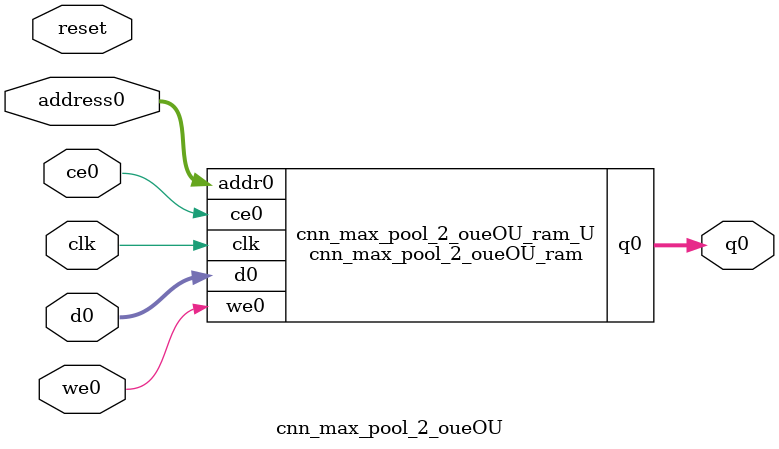
<source format=v>
`timescale 1 ns / 1 ps
module cnn_max_pool_2_oueOU_ram (addr0, ce0, d0, we0, q0,  clk);

parameter DWIDTH = 14;
parameter AWIDTH = 9;
parameter MEM_SIZE = 400;

input[AWIDTH-1:0] addr0;
input ce0;
input[DWIDTH-1:0] d0;
input we0;
output reg[DWIDTH-1:0] q0;
input clk;

(* ram_style = "block" *)reg [DWIDTH-1:0] ram[0:MEM_SIZE-1];




always @(posedge clk)  
begin 
    if (ce0) 
    begin
        if (we0) 
        begin 
            ram[addr0] <= d0; 
        end 
        q0 <= ram[addr0];
    end
end


endmodule

`timescale 1 ns / 1 ps
module cnn_max_pool_2_oueOU(
    reset,
    clk,
    address0,
    ce0,
    we0,
    d0,
    q0);

parameter DataWidth = 32'd14;
parameter AddressRange = 32'd400;
parameter AddressWidth = 32'd9;
input reset;
input clk;
input[AddressWidth - 1:0] address0;
input ce0;
input we0;
input[DataWidth - 1:0] d0;
output[DataWidth - 1:0] q0;



cnn_max_pool_2_oueOU_ram cnn_max_pool_2_oueOU_ram_U(
    .clk( clk ),
    .addr0( address0 ),
    .ce0( ce0 ),
    .we0( we0 ),
    .d0( d0 ),
    .q0( q0 ));

endmodule


</source>
